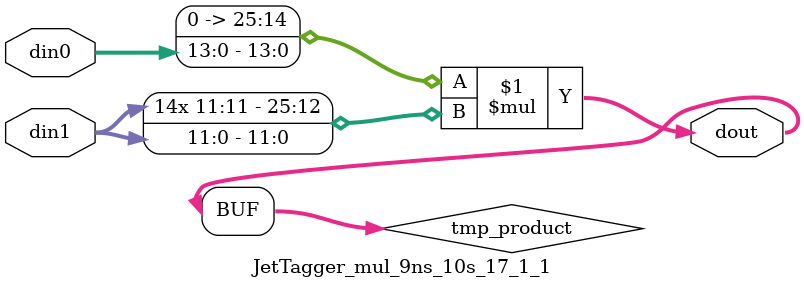
<source format=v>

`timescale 1 ns / 1 ps

  module JetTagger_mul_9ns_10s_17_1_1(din0, din1, dout);
parameter ID = 1;
parameter NUM_STAGE = 0;
parameter din0_WIDTH = 14;
parameter din1_WIDTH = 12;
parameter dout_WIDTH = 26;

input [din0_WIDTH - 1 : 0] din0; 
input [din1_WIDTH - 1 : 0] din1; 
output [dout_WIDTH - 1 : 0] dout;

wire signed [dout_WIDTH - 1 : 0] tmp_product;











assign tmp_product = $signed({1'b0, din0}) * $signed(din1);










assign dout = tmp_product;







endmodule

</source>
